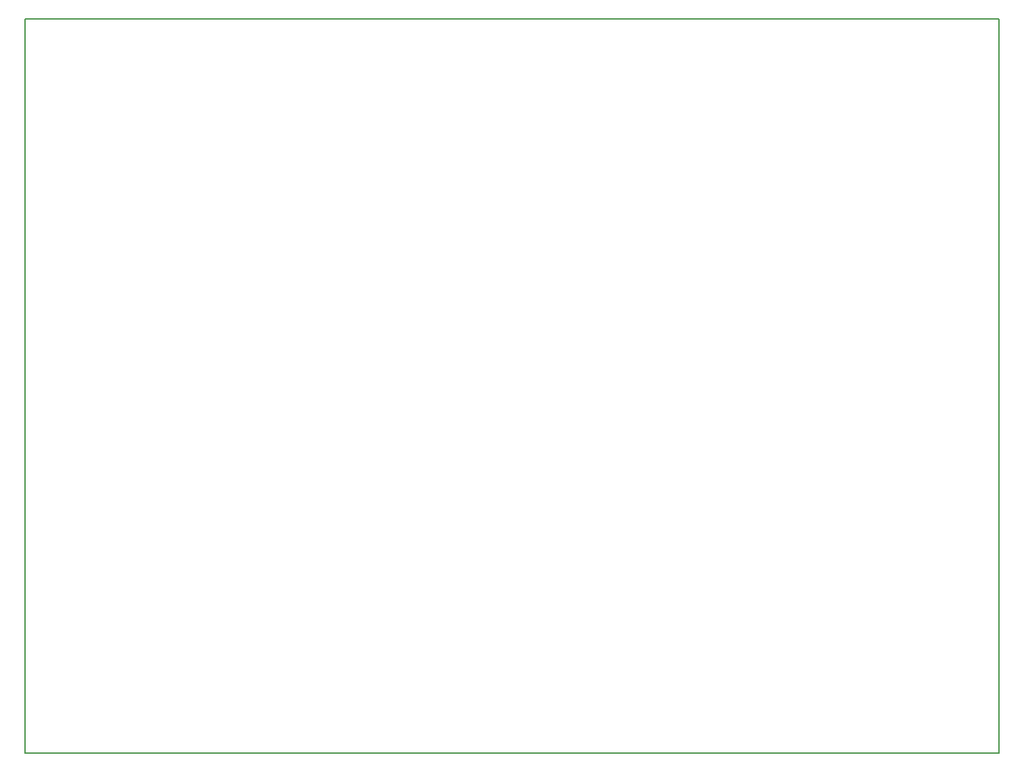
<source format=gm1>
G04 MADE WITH FRITZING*
G04 WWW.FRITZING.ORG*
G04 DOUBLE SIDED*
G04 HOLES PLATED*
G04 CONTOUR ON CENTER OF CONTOUR VECTOR*
%ASAXBY*%
%FSLAX23Y23*%
%MOIN*%
%OFA0B0*%
%SFA1.0B1.0*%
%ADD10R,4.807450X3.626530*%
%ADD11C,0.008000*%
%ADD10C,0.008*%
%LNCONTOUR*%
G90*
G70*
G54D10*
G54D11*
X4Y3623D02*
X4803Y3623D01*
X4803Y4D01*
X4Y4D01*
X4Y3623D01*
D02*
G04 End of contour*
M02*
</source>
